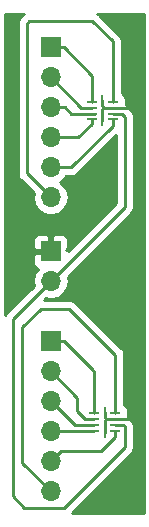
<source format=gtl>
G04 #@! TF.GenerationSoftware,KiCad,Pcbnew,(5.0.0)*
G04 #@! TF.CreationDate,2018-10-24T12:10:12-04:00*
G04 #@! TF.ProjectId,DRV2603_breakout,445256323630335F627265616B6F7574,0.1*
G04 #@! TF.SameCoordinates,Original*
G04 #@! TF.FileFunction,Copper,L1,Top,Signal*
G04 #@! TF.FilePolarity,Positive*
%FSLAX46Y46*%
G04 Gerber Fmt 4.6, Leading zero omitted, Abs format (unit mm)*
G04 Created by KiCad (PCBNEW (5.0.0)) date 10/24/18 12:10:12*
%MOMM*%
%LPD*%
G01*
G04 APERTURE LIST*
G04 #@! TA.AperFunction,SMDPad,CuDef*
%ADD10R,0.270000X0.960000*%
G04 #@! TD*
G04 #@! TA.AperFunction,SMDPad,CuDef*
%ADD11R,0.960000X0.270000*%
G04 #@! TD*
G04 #@! TA.AperFunction,ComponentPad*
%ADD12R,1.700000X1.700000*%
G04 #@! TD*
G04 #@! TA.AperFunction,ComponentPad*
%ADD13O,1.700000X1.700000*%
G04 #@! TD*
G04 #@! TA.AperFunction,Conductor*
%ADD14C,0.240000*%
G04 #@! TD*
G04 #@! TA.AperFunction,Conductor*
%ADD15C,0.254000*%
G04 #@! TD*
G04 APERTURE END LIST*
D10*
G04 #@! TO.P,U2,5*
G04 #@! TO.N,/GND*
X155956000Y-128643000D03*
G04 #@! TO.P,U2,10*
X155956000Y-126873000D03*
D11*
G04 #@! TO.P,U2,1*
G04 #@! TO.N,/EN_2*
X155071000Y-127008000D03*
G04 #@! TO.P,U2,2*
G04 #@! TO.N,/PWM_2*
X155071000Y-127508000D03*
G04 #@! TO.P,U2,3*
G04 #@! TO.N,/LRA_ERM_2*
X155071000Y-128008000D03*
G04 #@! TO.P,U2,4*
G04 #@! TO.N,/NC_2*
X155071000Y-128508000D03*
G04 #@! TO.P,U2,6*
G04 #@! TO.N,/OUT-_2*
X156841000Y-128508000D03*
G04 #@! TO.P,U2,7*
G04 #@! TO.N,/VDD*
X156841000Y-128008000D03*
G04 #@! TO.P,U2,8*
G04 #@! TO.N,/GND*
X156841000Y-127508000D03*
G04 #@! TO.P,U2,9*
G04 #@! TO.N,/OUT+_2*
X156841000Y-127008000D03*
G04 #@! TD*
D10*
G04 #@! TO.P,U1,5*
G04 #@! TO.N,/GND*
X155752800Y-102253860D03*
G04 #@! TO.P,U1,10*
X155752800Y-100483860D03*
D11*
G04 #@! TO.P,U1,1*
G04 #@! TO.N,/EN*
X154867800Y-100618860D03*
G04 #@! TO.P,U1,2*
G04 #@! TO.N,/PWM*
X154867800Y-101118860D03*
G04 #@! TO.P,U1,3*
G04 #@! TO.N,/LRA_ERM*
X154867800Y-101618860D03*
G04 #@! TO.P,U1,4*
G04 #@! TO.N,/NC*
X154867800Y-102118860D03*
G04 #@! TO.P,U1,6*
G04 #@! TO.N,/OUT-*
X156637800Y-102118860D03*
G04 #@! TO.P,U1,7*
G04 #@! TO.N,/VDD*
X156637800Y-101618860D03*
G04 #@! TO.P,U1,8*
G04 #@! TO.N,/GND*
X156637800Y-101118860D03*
G04 #@! TO.P,U1,9*
G04 #@! TO.N,/OUT+*
X156637800Y-100618860D03*
G04 #@! TD*
D12*
G04 #@! TO.P,J3,1*
G04 #@! TO.N,/EN_2*
X151384000Y-120904000D03*
D13*
G04 #@! TO.P,J3,2*
G04 #@! TO.N,/PWM_2*
X151384000Y-123444000D03*
G04 #@! TO.P,J3,3*
G04 #@! TO.N,/LRA_ERM_2*
X151384000Y-125984000D03*
G04 #@! TO.P,J3,4*
G04 #@! TO.N,/NC_2*
X151384000Y-128524000D03*
G04 #@! TO.P,J3,5*
G04 #@! TO.N,/OUT-_2*
X151384000Y-131064000D03*
G04 #@! TO.P,J3,6*
G04 #@! TO.N,/OUT+_2*
X151384000Y-133604000D03*
G04 #@! TD*
D12*
G04 #@! TO.P,J1,1*
G04 #@! TO.N,/GND*
X151384000Y-113284000D03*
D13*
G04 #@! TO.P,J1,2*
G04 #@! TO.N,/VDD*
X151384000Y-115824000D03*
G04 #@! TD*
D12*
G04 #@! TO.P,J2,1*
G04 #@! TO.N,/EN*
X151384000Y-96012000D03*
D13*
G04 #@! TO.P,J2,2*
G04 #@! TO.N,/PWM*
X151384000Y-98552000D03*
G04 #@! TO.P,J2,3*
G04 #@! TO.N,/LRA_ERM*
X151384000Y-101092000D03*
G04 #@! TO.P,J2,4*
G04 #@! TO.N,/NC*
X151384000Y-103632000D03*
G04 #@! TO.P,J2,5*
G04 #@! TO.N,/OUT-*
X151384000Y-106172000D03*
G04 #@! TO.P,J2,6*
G04 #@! TO.N,/OUT+*
X151384000Y-108712000D03*
G04 #@! TD*
D14*
G04 #@! TO.N,/GND*
X156841000Y-127508000D02*
X158496000Y-127508000D01*
X157084759Y-101113861D02*
X157981379Y-101113861D01*
X156637800Y-101118860D02*
X157079760Y-101118860D01*
X157079760Y-101118860D02*
X157084759Y-101113861D01*
X155752800Y-101240858D02*
X155874798Y-101118860D01*
X155752800Y-102253860D02*
X155752800Y-101240858D01*
X155917800Y-101118860D02*
X156637800Y-101118860D01*
X155874798Y-101118860D02*
X155917800Y-101118860D01*
X155752800Y-100996862D02*
X155874798Y-101118860D01*
X155752800Y-100483860D02*
X155752800Y-100996862D01*
X155956000Y-127386002D02*
X156077998Y-127508000D01*
X155956000Y-126873000D02*
X155956000Y-127386002D01*
X156121000Y-127508000D02*
X156841000Y-127508000D01*
X156077998Y-127508000D02*
X156121000Y-127508000D01*
X155956000Y-127629998D02*
X156077998Y-127508000D01*
X155956000Y-128643000D02*
X155956000Y-127629998D01*
G04 #@! TO.N,/VDD*
X152233999Y-114974001D02*
X151384000Y-115824000D01*
X157681001Y-109526999D02*
X152233999Y-114974001D01*
X157681001Y-101899059D02*
X157681001Y-103357680D01*
X157400802Y-101618860D02*
X157681001Y-101899059D01*
X156637800Y-101618860D02*
X157400802Y-101618860D01*
X157681001Y-102986001D02*
X157681001Y-103357680D01*
X157681001Y-103357680D02*
X157681001Y-109526999D01*
X157561000Y-128008000D02*
X157681001Y-128128001D01*
X156841000Y-128008000D02*
X157561000Y-128008000D01*
X157681001Y-128128001D02*
X157681001Y-129844459D01*
X157681001Y-129844459D02*
X152496520Y-135028940D01*
X152496520Y-135028940D02*
X149161500Y-135028940D01*
X149161500Y-135028940D02*
X148168360Y-134035800D01*
X148168360Y-119039640D02*
X151384000Y-115824000D01*
X148168360Y-134035800D02*
X148168360Y-119039640D01*
G04 #@! TO.N,/EN*
X154867800Y-100243860D02*
X154867800Y-100618860D01*
X154867800Y-98405800D02*
X154867800Y-100243860D01*
X152474000Y-96012000D02*
X154867800Y-98405800D01*
X151384000Y-96012000D02*
X152474000Y-96012000D01*
G04 #@! TO.N,/PWM*
X153950860Y-101118860D02*
X154867800Y-101118860D01*
X151384000Y-98552000D02*
X153950860Y-101118860D01*
G04 #@! TO.N,/LRA_ERM*
X153112941Y-101618860D02*
X155123960Y-101618860D01*
X151384000Y-101092000D02*
X152586081Y-101092000D01*
X152586081Y-101092000D02*
X153112941Y-101618860D01*
G04 #@! TO.N,/NC*
X154867800Y-102493860D02*
X154867800Y-102118860D01*
X153729660Y-103632000D02*
X154867800Y-102493860D01*
X151384000Y-103632000D02*
X153729660Y-103632000D01*
G04 #@! TO.N,/OUT+*
X149352000Y-106680000D02*
X149352000Y-94007940D01*
X149352000Y-94007940D02*
X149583140Y-93776800D01*
X151384000Y-108712000D02*
X149352000Y-106680000D01*
X156637800Y-95512700D02*
X154901900Y-93776800D01*
X156637800Y-100618860D02*
X156637800Y-95512700D01*
X149583140Y-93776800D02*
X154901900Y-93776800D01*
G04 #@! TO.N,/OUT-*
X156637800Y-102493860D02*
X156637800Y-102118860D01*
X156637800Y-102631862D02*
X156637800Y-102493860D01*
X153097662Y-106172000D02*
X156637800Y-102631862D01*
X151384000Y-106172000D02*
X153097662Y-106172000D01*
G04 #@! TO.N,/OUT-_2*
X156841000Y-128883000D02*
X156841000Y-128508000D01*
X156841000Y-129021002D02*
X156841000Y-128883000D01*
X155648001Y-130214001D02*
X156841000Y-129021002D01*
X152233999Y-130214001D02*
X155648001Y-130214001D01*
X151384000Y-131064000D02*
X152233999Y-130214001D01*
G04 #@! TO.N,/OUT+_2*
X156841000Y-127008000D02*
X156841000Y-122040460D01*
X152976580Y-118176040D02*
X150522940Y-118176040D01*
X156841000Y-122040460D02*
X152976580Y-118176040D01*
X150522940Y-118176040D02*
X148981160Y-119717820D01*
X148981160Y-131201160D02*
X151384000Y-133604000D01*
X148981160Y-119717820D02*
X148981160Y-131201160D01*
G04 #@! TO.N,/NC_2*
X155055000Y-128524000D02*
X155071000Y-128508000D01*
X151400000Y-128508000D02*
X151384000Y-128524000D01*
X155071000Y-128508000D02*
X151400000Y-128508000D01*
G04 #@! TO.N,/LRA_ERM_2*
X153408000Y-128008000D02*
X155071000Y-128008000D01*
X151384000Y-125984000D02*
X153408000Y-128008000D01*
G04 #@! TO.N,/PWM_2*
X151384000Y-123444000D02*
X153634440Y-125694440D01*
X154351000Y-127508000D02*
X155071000Y-127508000D01*
X154307998Y-127508000D02*
X154351000Y-127508000D01*
X153634440Y-126834442D02*
X154307998Y-127508000D01*
X153634440Y-125694440D02*
X153634440Y-126834442D01*
G04 #@! TO.N,/EN_2*
X152474000Y-120904000D02*
X154940000Y-123370000D01*
X151384000Y-120904000D02*
X152474000Y-120904000D01*
X154940000Y-123370000D02*
X155071000Y-123501000D01*
X155071000Y-123501000D02*
X155071000Y-127012999D01*
G04 #@! TD*
D15*
G04 #@! TO.N,/GND*
G36*
X159310001Y-135434000D02*
X153159190Y-135434000D01*
X158162291Y-130430901D01*
X158225325Y-130388783D01*
X158267443Y-130325749D01*
X158267446Y-130325746D01*
X158392194Y-130139046D01*
X158392195Y-130139045D01*
X158436001Y-129918818D01*
X158436001Y-129918814D01*
X158450791Y-129844460D01*
X158436001Y-129770106D01*
X158436001Y-128202354D01*
X158450791Y-128128000D01*
X158436001Y-128053646D01*
X158436001Y-128053642D01*
X158392195Y-127833415D01*
X158225325Y-127583677D01*
X158162285Y-127541555D01*
X158147446Y-127526716D01*
X158105324Y-127463676D01*
X157928196Y-127345323D01*
X157937077Y-127300673D01*
X157956000Y-127281750D01*
X157956000Y-127246690D01*
X157950470Y-127233340D01*
X157968440Y-127143000D01*
X157968440Y-126873000D01*
X157919157Y-126625235D01*
X157778809Y-126415191D01*
X157596000Y-126293041D01*
X157596000Y-122114813D01*
X157610790Y-122040459D01*
X157596000Y-121966105D01*
X157596000Y-121966101D01*
X157552194Y-121745874D01*
X157385324Y-121496136D01*
X157322287Y-121454016D01*
X153563026Y-117694756D01*
X153520904Y-117631716D01*
X153271166Y-117464846D01*
X153050939Y-117421040D01*
X153050934Y-117421040D01*
X152976580Y-117406250D01*
X152902226Y-117421040D01*
X150854691Y-117421040D01*
X151011695Y-117264036D01*
X151237744Y-117309000D01*
X151530256Y-117309000D01*
X151963418Y-117222839D01*
X152454625Y-116894625D01*
X152782839Y-116403418D01*
X152898092Y-115824000D01*
X152824036Y-115451694D01*
X158162288Y-110113443D01*
X158225325Y-110071323D01*
X158392195Y-109821585D01*
X158436001Y-109601358D01*
X158436001Y-109601354D01*
X158450791Y-109527000D01*
X158436001Y-109452646D01*
X158436001Y-101973412D01*
X158450791Y-101899058D01*
X158436001Y-101824704D01*
X158436001Y-101824700D01*
X158392195Y-101604473D01*
X158225325Y-101354735D01*
X158162287Y-101312615D01*
X157987248Y-101137575D01*
X157945126Y-101074536D01*
X157730041Y-100930820D01*
X157733877Y-100911533D01*
X157752800Y-100892610D01*
X157752800Y-100857550D01*
X157747270Y-100844200D01*
X157765240Y-100753860D01*
X157765240Y-100483860D01*
X157715957Y-100236095D01*
X157575609Y-100026051D01*
X157392800Y-99903901D01*
X157392800Y-95587053D01*
X157407590Y-95512699D01*
X157392800Y-95438345D01*
X157392800Y-95438341D01*
X157348994Y-95218114D01*
X157311500Y-95162000D01*
X157224245Y-95031413D01*
X157224242Y-95031410D01*
X157182124Y-94968376D01*
X157119089Y-94926258D01*
X155488346Y-93295516D01*
X155446224Y-93232476D01*
X155346736Y-93166000D01*
X159310000Y-93166000D01*
X159310001Y-135434000D01*
X159310001Y-135434000D01*
G37*
X159310001Y-135434000D02*
X153159190Y-135434000D01*
X158162291Y-130430901D01*
X158225325Y-130388783D01*
X158267443Y-130325749D01*
X158267446Y-130325746D01*
X158392194Y-130139046D01*
X158392195Y-130139045D01*
X158436001Y-129918818D01*
X158436001Y-129918814D01*
X158450791Y-129844460D01*
X158436001Y-129770106D01*
X158436001Y-128202354D01*
X158450791Y-128128000D01*
X158436001Y-128053646D01*
X158436001Y-128053642D01*
X158392195Y-127833415D01*
X158225325Y-127583677D01*
X158162285Y-127541555D01*
X158147446Y-127526716D01*
X158105324Y-127463676D01*
X157928196Y-127345323D01*
X157937077Y-127300673D01*
X157956000Y-127281750D01*
X157956000Y-127246690D01*
X157950470Y-127233340D01*
X157968440Y-127143000D01*
X157968440Y-126873000D01*
X157919157Y-126625235D01*
X157778809Y-126415191D01*
X157596000Y-126293041D01*
X157596000Y-122114813D01*
X157610790Y-122040459D01*
X157596000Y-121966105D01*
X157596000Y-121966101D01*
X157552194Y-121745874D01*
X157385324Y-121496136D01*
X157322287Y-121454016D01*
X153563026Y-117694756D01*
X153520904Y-117631716D01*
X153271166Y-117464846D01*
X153050939Y-117421040D01*
X153050934Y-117421040D01*
X152976580Y-117406250D01*
X152902226Y-117421040D01*
X150854691Y-117421040D01*
X151011695Y-117264036D01*
X151237744Y-117309000D01*
X151530256Y-117309000D01*
X151963418Y-117222839D01*
X152454625Y-116894625D01*
X152782839Y-116403418D01*
X152898092Y-115824000D01*
X152824036Y-115451694D01*
X158162288Y-110113443D01*
X158225325Y-110071323D01*
X158392195Y-109821585D01*
X158436001Y-109601358D01*
X158436001Y-109601354D01*
X158450791Y-109527000D01*
X158436001Y-109452646D01*
X158436001Y-101973412D01*
X158450791Y-101899058D01*
X158436001Y-101824704D01*
X158436001Y-101824700D01*
X158392195Y-101604473D01*
X158225325Y-101354735D01*
X158162287Y-101312615D01*
X157987248Y-101137575D01*
X157945126Y-101074536D01*
X157730041Y-100930820D01*
X157733877Y-100911533D01*
X157752800Y-100892610D01*
X157752800Y-100857550D01*
X157747270Y-100844200D01*
X157765240Y-100753860D01*
X157765240Y-100483860D01*
X157715957Y-100236095D01*
X157575609Y-100026051D01*
X157392800Y-99903901D01*
X157392800Y-95587053D01*
X157407590Y-95512699D01*
X157392800Y-95438345D01*
X157392800Y-95438341D01*
X157348994Y-95218114D01*
X157311500Y-95162000D01*
X157224245Y-95031413D01*
X157224242Y-95031410D01*
X157182124Y-94968376D01*
X157119089Y-94926258D01*
X155488346Y-93295516D01*
X155446224Y-93232476D01*
X155346736Y-93166000D01*
X159310000Y-93166000D01*
X159310001Y-135434000D01*
G36*
X149038816Y-93232476D02*
X148996695Y-93295514D01*
X148870713Y-93421496D01*
X148807677Y-93463616D01*
X148765557Y-93526653D01*
X148765555Y-93526655D01*
X148640807Y-93713354D01*
X148582210Y-94007940D01*
X148597001Y-94082299D01*
X148597000Y-106605646D01*
X148582210Y-106680000D01*
X148597000Y-106754354D01*
X148597000Y-106754358D01*
X148640806Y-106974585D01*
X148807676Y-107224324D01*
X148870716Y-107266446D01*
X149943964Y-108339694D01*
X149869908Y-108712000D01*
X149985161Y-109291418D01*
X150313375Y-109782625D01*
X150804582Y-110110839D01*
X151237744Y-110197000D01*
X151530256Y-110197000D01*
X151963418Y-110110839D01*
X152454625Y-109782625D01*
X152782839Y-109291418D01*
X152898092Y-108712000D01*
X152782839Y-108132582D01*
X152454625Y-107641375D01*
X152156239Y-107442000D01*
X152454625Y-107242625D01*
X152665519Y-106927000D01*
X153023308Y-106927000D01*
X153097662Y-106941790D01*
X153172016Y-106927000D01*
X153172021Y-106927000D01*
X153392248Y-106883194D01*
X153641986Y-106716324D01*
X153684108Y-106653284D01*
X156926001Y-103411392D01*
X156926002Y-109214267D01*
X152869000Y-113271270D01*
X152869000Y-113156998D01*
X152710252Y-113156998D01*
X152869000Y-112998250D01*
X152869000Y-112307690D01*
X152772327Y-112074301D01*
X152593698Y-111895673D01*
X152360309Y-111799000D01*
X151669750Y-111799000D01*
X151511000Y-111957750D01*
X151511000Y-113157000D01*
X151531000Y-113157000D01*
X151531000Y-113411000D01*
X151511000Y-113411000D01*
X151511000Y-113431000D01*
X151257000Y-113431000D01*
X151257000Y-113411000D01*
X150057750Y-113411000D01*
X149899000Y-113569750D01*
X149899000Y-114260310D01*
X149995673Y-114493699D01*
X150174302Y-114672327D01*
X150335033Y-114738904D01*
X150313375Y-114753375D01*
X149985161Y-115244582D01*
X149869908Y-115824000D01*
X149943964Y-116196305D01*
X147687074Y-118453196D01*
X147624037Y-118495316D01*
X147581917Y-118558353D01*
X147581915Y-118558355D01*
X147522000Y-118648024D01*
X147522000Y-112307690D01*
X149899000Y-112307690D01*
X149899000Y-112998250D01*
X150057750Y-113157000D01*
X151257000Y-113157000D01*
X151257000Y-111957750D01*
X151098250Y-111799000D01*
X150407691Y-111799000D01*
X150174302Y-111895673D01*
X149995673Y-112074301D01*
X149899000Y-112307690D01*
X147522000Y-112307690D01*
X147522000Y-93166000D01*
X149138304Y-93166000D01*
X149038816Y-93232476D01*
X149038816Y-93232476D01*
G37*
X149038816Y-93232476D02*
X148996695Y-93295514D01*
X148870713Y-93421496D01*
X148807677Y-93463616D01*
X148765557Y-93526653D01*
X148765555Y-93526655D01*
X148640807Y-93713354D01*
X148582210Y-94007940D01*
X148597001Y-94082299D01*
X148597000Y-106605646D01*
X148582210Y-106680000D01*
X148597000Y-106754354D01*
X148597000Y-106754358D01*
X148640806Y-106974585D01*
X148807676Y-107224324D01*
X148870716Y-107266446D01*
X149943964Y-108339694D01*
X149869908Y-108712000D01*
X149985161Y-109291418D01*
X150313375Y-109782625D01*
X150804582Y-110110839D01*
X151237744Y-110197000D01*
X151530256Y-110197000D01*
X151963418Y-110110839D01*
X152454625Y-109782625D01*
X152782839Y-109291418D01*
X152898092Y-108712000D01*
X152782839Y-108132582D01*
X152454625Y-107641375D01*
X152156239Y-107442000D01*
X152454625Y-107242625D01*
X152665519Y-106927000D01*
X153023308Y-106927000D01*
X153097662Y-106941790D01*
X153172016Y-106927000D01*
X153172021Y-106927000D01*
X153392248Y-106883194D01*
X153641986Y-106716324D01*
X153684108Y-106653284D01*
X156926001Y-103411392D01*
X156926002Y-109214267D01*
X152869000Y-113271270D01*
X152869000Y-113156998D01*
X152710252Y-113156998D01*
X152869000Y-112998250D01*
X152869000Y-112307690D01*
X152772327Y-112074301D01*
X152593698Y-111895673D01*
X152360309Y-111799000D01*
X151669750Y-111799000D01*
X151511000Y-111957750D01*
X151511000Y-113157000D01*
X151531000Y-113157000D01*
X151531000Y-113411000D01*
X151511000Y-113411000D01*
X151511000Y-113431000D01*
X151257000Y-113431000D01*
X151257000Y-113411000D01*
X150057750Y-113411000D01*
X149899000Y-113569750D01*
X149899000Y-114260310D01*
X149995673Y-114493699D01*
X150174302Y-114672327D01*
X150335033Y-114738904D01*
X150313375Y-114753375D01*
X149985161Y-115244582D01*
X149869908Y-115824000D01*
X149943964Y-116196305D01*
X147687074Y-118453196D01*
X147624037Y-118495316D01*
X147581917Y-118558353D01*
X147581915Y-118558355D01*
X147522000Y-118648024D01*
X147522000Y-112307690D01*
X149899000Y-112307690D01*
X149899000Y-112998250D01*
X150057750Y-113157000D01*
X151257000Y-113157000D01*
X151257000Y-111957750D01*
X151098250Y-111799000D01*
X150407691Y-111799000D01*
X150174302Y-111895673D01*
X149995673Y-112074301D01*
X149899000Y-112307690D01*
X147522000Y-112307690D01*
X147522000Y-93166000D01*
X149138304Y-93166000D01*
X149038816Y-93232476D01*
G04 #@! TD*
M02*

</source>
